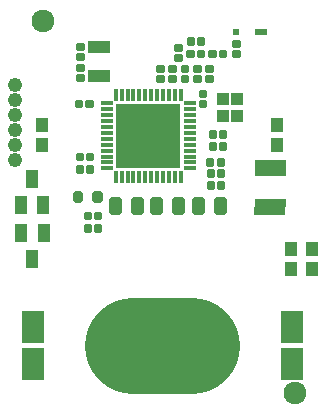
<source format=gbr>
G04 EAGLE Gerber RS-274X export*
G75*
%MOMM*%
%FSLAX34Y34*%
%LPD*%
%INSoldermask Top*%
%IPPOS*%
%AMOC8*
5,1,8,0,0,1.08239X$1,22.5*%
G01*
%ADD10C,1.927000*%
%ADD11R,0.427000X0.977000*%
%ADD12R,0.977000X0.427000*%
%ADD13R,5.377000X5.377000*%
%ADD14C,0.406869*%
%ADD15C,0.631119*%
%ADD16C,0.531859*%
%ADD17R,1.927000X1.127000*%
%ADD18R,0.977000X1.077000*%
%ADD19R,1.905000X2.667000*%
%ADD20C,8.127000*%
%ADD21R,2.627000X1.327000*%
%ADD22R,1.127000X1.527000*%
%ADD23R,1.127000X1.227000*%
%ADD24R,0.627000X0.627000*%
%ADD25R,1.027000X0.627000*%
%ADD26C,1.227000*%
%ADD27C,0.400200*%


D10*
X260760Y58880D03*
X47760Y373880D03*
D11*
X164258Y311383D03*
X159258Y311383D03*
X154258Y311383D03*
X149258Y311383D03*
X144258Y311383D03*
X139258Y311383D03*
X134258Y311383D03*
X129258Y311383D03*
X124258Y311383D03*
X119258Y311383D03*
X114258Y311383D03*
X109258Y311383D03*
D12*
X101746Y303871D03*
X101746Y298871D03*
X101746Y293871D03*
X101746Y288871D03*
X101746Y283871D03*
X101746Y278871D03*
X101746Y273871D03*
X101746Y268871D03*
X101746Y263871D03*
X101746Y258871D03*
X101746Y253871D03*
X101746Y248871D03*
D11*
X109258Y241359D03*
X114258Y241359D03*
X119258Y241359D03*
X124258Y241359D03*
X129258Y241359D03*
X134258Y241359D03*
X139258Y241359D03*
X144258Y241359D03*
X149258Y241359D03*
X154258Y241359D03*
X159258Y241359D03*
X164258Y241359D03*
D12*
X171770Y248871D03*
X171770Y253871D03*
X171770Y258871D03*
X171770Y263871D03*
X171770Y268871D03*
X171770Y273871D03*
X171770Y278871D03*
X171770Y283871D03*
X171770Y288871D03*
X171770Y293871D03*
X171770Y298871D03*
X171770Y303871D03*
D13*
X136758Y276371D03*
D14*
X86648Y210529D02*
X84046Y210529D01*
X86648Y210529D02*
X86648Y207327D01*
X84046Y207327D01*
X84046Y210529D01*
X92646Y207327D02*
X95248Y207327D01*
X92646Y207327D02*
X92646Y210529D01*
X95248Y210529D01*
X95248Y207327D01*
X86648Y200242D02*
X84046Y200242D01*
X86648Y200242D02*
X86648Y197040D01*
X84046Y197040D01*
X84046Y200242D01*
X92646Y197040D02*
X95248Y197040D01*
X92646Y197040D02*
X92646Y200242D01*
X95248Y200242D01*
X95248Y197040D01*
X187672Y256001D02*
X190274Y256001D01*
X190274Y252799D01*
X187672Y252799D01*
X187672Y256001D01*
X196272Y252799D02*
X198874Y252799D01*
X196272Y252799D02*
X196272Y256001D01*
X198874Y256001D01*
X198874Y252799D01*
X199001Y243020D02*
X196399Y243020D01*
X196399Y246222D01*
X199001Y246222D01*
X199001Y243020D01*
X190401Y246222D02*
X187799Y246222D01*
X190401Y246222D02*
X190401Y243020D01*
X187799Y243020D01*
X187799Y246222D01*
X79973Y249606D02*
X77371Y249606D01*
X79973Y249606D02*
X79973Y246404D01*
X77371Y246404D01*
X77371Y249606D01*
X85971Y246404D02*
X88573Y246404D01*
X85971Y246404D02*
X85971Y249606D01*
X88573Y249606D01*
X88573Y246404D01*
X77338Y342345D02*
X77338Y344947D01*
X80540Y344947D01*
X80540Y342345D01*
X77338Y342345D01*
X80540Y350945D02*
X80540Y353547D01*
X80540Y350945D02*
X77338Y350945D01*
X77338Y353547D01*
X80540Y353547D01*
X80714Y335556D02*
X80714Y332954D01*
X77512Y332954D01*
X77512Y335556D01*
X80714Y335556D01*
X77512Y326956D02*
X77512Y324354D01*
X77512Y326956D02*
X80714Y326956D01*
X80714Y324354D01*
X77512Y324354D01*
X85258Y302202D02*
X87860Y302202D01*
X85258Y302202D02*
X85258Y305404D01*
X87860Y305404D01*
X87860Y302202D01*
X79260Y305404D02*
X76658Y305404D01*
X79260Y305404D02*
X79260Y302202D01*
X76658Y302202D01*
X76658Y305404D01*
X85988Y257244D02*
X88590Y257244D01*
X85988Y257244D02*
X85988Y260446D01*
X88590Y260446D01*
X88590Y257244D01*
X79990Y260446D02*
X77388Y260446D01*
X79990Y260446D02*
X79990Y257244D01*
X77388Y257244D01*
X77388Y260446D01*
X189577Y269590D02*
X192179Y269590D01*
X192179Y266388D01*
X189577Y266388D01*
X189577Y269590D01*
X198177Y266388D02*
X200779Y266388D01*
X198177Y266388D02*
X198177Y269590D01*
X200779Y269590D01*
X200779Y266388D01*
X190401Y236062D02*
X187799Y236062D01*
X190401Y236062D02*
X190401Y232860D01*
X187799Y232860D01*
X187799Y236062D01*
X196399Y232860D02*
X199001Y232860D01*
X196399Y232860D02*
X196399Y236062D01*
X199001Y236062D01*
X199001Y232860D01*
D15*
X181083Y222089D02*
X176123Y222089D01*
X181083Y222089D02*
X181083Y212929D01*
X176123Y212929D01*
X176123Y222089D01*
X176123Y218924D02*
X181083Y218924D01*
X194823Y212929D02*
X199783Y212929D01*
X194823Y212929D02*
X194823Y222089D01*
X199783Y222089D01*
X199783Y212929D01*
X199783Y218924D02*
X194823Y218924D01*
X130001Y213013D02*
X125041Y213013D01*
X125041Y222173D01*
X130001Y222173D01*
X130001Y213013D01*
X130001Y219008D02*
X125041Y219008D01*
X111301Y222173D02*
X106341Y222173D01*
X111301Y222173D02*
X111301Y213013D01*
X106341Y213013D01*
X106341Y222173D01*
X106341Y219008D02*
X111301Y219008D01*
D14*
X189577Y279242D02*
X192179Y279242D01*
X192179Y276040D01*
X189577Y276040D01*
X189577Y279242D01*
X198177Y276040D02*
X200779Y276040D01*
X198177Y276040D02*
X198177Y279242D01*
X200779Y279242D01*
X200779Y276040D01*
X181153Y302548D02*
X181153Y305150D01*
X184355Y305150D01*
X184355Y302548D01*
X181153Y302548D01*
X184355Y311148D02*
X184355Y313750D01*
X184355Y311148D02*
X181153Y311148D01*
X181153Y313750D01*
X184355Y313750D01*
D16*
X95536Y221675D02*
X91684Y221675D01*
X91684Y226927D01*
X95536Y226927D01*
X95536Y221675D01*
X95536Y226728D02*
X91684Y226728D01*
X79136Y226927D02*
X75284Y226927D01*
X79136Y226927D02*
X79136Y221675D01*
X75284Y221675D01*
X75284Y226927D01*
X75284Y226728D02*
X79136Y226728D01*
D15*
X159739Y212964D02*
X164699Y212964D01*
X159739Y212964D02*
X159739Y222124D01*
X164699Y222124D01*
X164699Y212964D01*
X164699Y218959D02*
X159739Y218959D01*
X145999Y222124D02*
X141039Y222124D01*
X145999Y222124D02*
X145999Y212964D01*
X141039Y212964D01*
X141039Y222124D01*
X141039Y218959D02*
X145999Y218959D01*
D17*
X95136Y351784D03*
X95136Y326784D03*
D18*
X200437Y307407D03*
X200437Y292907D03*
X211937Y292907D03*
X211937Y307407D03*
D19*
X38873Y114140D03*
D20*
X123873Y98640D02*
X173873Y98640D01*
D19*
X258873Y114140D03*
X38873Y83140D03*
X258873Y83140D03*
D21*
G36*
X253180Y242259D02*
X226912Y242488D01*
X227028Y255757D01*
X253296Y255528D01*
X253180Y242259D01*
G37*
G36*
X252892Y209260D02*
X226624Y209489D01*
X226740Y222758D01*
X253008Y222529D01*
X252892Y209260D01*
G37*
D22*
X38635Y172175D03*
X29135Y194175D03*
X48135Y194175D03*
X38381Y240175D03*
X47881Y218175D03*
X28881Y218175D03*
D23*
X47000Y285500D03*
X47000Y268500D03*
X246136Y268977D03*
X246136Y285977D03*
X275000Y163500D03*
X275000Y180500D03*
X258000Y163500D03*
X258000Y180500D03*
D24*
X211119Y364388D03*
D25*
X232100Y364445D03*
D26*
X24000Y319527D03*
X23944Y306849D03*
X23960Y294156D03*
X24022Y281472D03*
X24000Y256000D03*
X24000Y268707D03*
D27*
X158803Y323277D02*
X158803Y325945D01*
X158803Y323277D02*
X155535Y323277D01*
X155535Y325945D01*
X158803Y325945D01*
X158803Y331917D02*
X158803Y334585D01*
X158803Y331917D02*
X155535Y331917D01*
X155535Y334585D01*
X158803Y334585D01*
X148570Y325995D02*
X148570Y323327D01*
X145302Y323327D01*
X145302Y325995D01*
X148570Y325995D01*
X148570Y331967D02*
X148570Y334635D01*
X148570Y331967D02*
X145302Y331967D01*
X145302Y334635D01*
X148570Y334635D01*
X186582Y334654D02*
X186582Y331986D01*
X186582Y334654D02*
X189850Y334654D01*
X189850Y331986D01*
X186582Y331986D01*
X186582Y326014D02*
X186582Y323346D01*
X186582Y326014D02*
X189850Y326014D01*
X189850Y323346D01*
X186582Y323346D01*
X169074Y323362D02*
X169074Y326030D01*
X169074Y323362D02*
X165806Y323362D01*
X165806Y326030D01*
X169074Y326030D01*
X169074Y332002D02*
X169074Y334670D01*
X169074Y332002D02*
X165806Y332002D01*
X165806Y334670D01*
X169074Y334670D01*
X170863Y354705D02*
X173531Y354705D01*
X170863Y354705D02*
X170863Y357973D01*
X173531Y357973D01*
X173531Y354705D01*
X179503Y354705D02*
X182171Y354705D01*
X179503Y354705D02*
X179503Y357973D01*
X182171Y357973D01*
X182171Y354705D01*
X179467Y326013D02*
X179467Y323345D01*
X176199Y323345D01*
X176199Y326013D01*
X179467Y326013D01*
X179467Y331985D02*
X179467Y334653D01*
X179467Y331985D02*
X176199Y331985D01*
X176199Y334653D01*
X179467Y334653D01*
X163787Y341438D02*
X163787Y344106D01*
X163787Y341438D02*
X160519Y341438D01*
X160519Y344106D01*
X163787Y344106D01*
X163787Y350078D02*
X163787Y352746D01*
X163787Y350078D02*
X160519Y350078D01*
X160519Y352746D01*
X163787Y352746D01*
X170813Y344516D02*
X173481Y344516D01*
X170813Y344516D02*
X170813Y347784D01*
X173481Y347784D01*
X173481Y344516D01*
X179453Y344516D02*
X182121Y344516D01*
X179453Y344516D02*
X179453Y347784D01*
X182121Y347784D01*
X182121Y344516D01*
X189356Y344433D02*
X192024Y344433D01*
X189356Y344433D02*
X189356Y347701D01*
X192024Y347701D01*
X192024Y344433D01*
X197996Y344433D02*
X200664Y344433D01*
X197996Y344433D02*
X197996Y347701D01*
X200664Y347701D01*
X200664Y344433D01*
X212688Y344659D02*
X212688Y347327D01*
X212688Y344659D02*
X209420Y344659D01*
X209420Y347327D01*
X212688Y347327D01*
X212688Y353299D02*
X212688Y355967D01*
X212688Y353299D02*
X209420Y353299D01*
X209420Y355967D01*
X212688Y355967D01*
M02*

</source>
